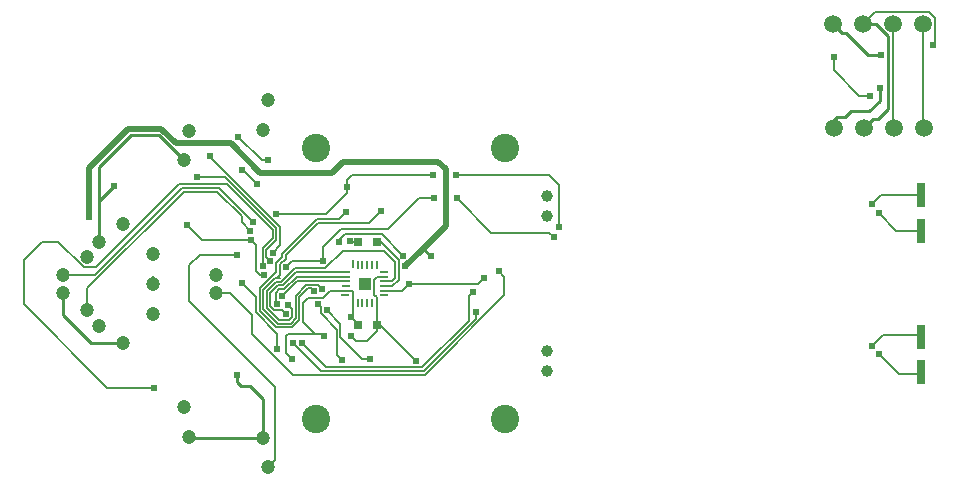
<source format=gbl>
G04 #@! TF.GenerationSoftware,KiCad,Pcbnew,(5.0.1)-3*
G04 #@! TF.CreationDate,2018-10-30T21:40:18+09:00*
G04 #@! TF.ProjectId,Zirconia,5A6972636F6E69612E6B696361645F70,rev?*
G04 #@! TF.SameCoordinates,Original*
G04 #@! TF.FileFunction,Copper,L2,Bot,Signal*
G04 #@! TF.FilePolarity,Positive*
%FSLAX46Y46*%
G04 Gerber Fmt 4.6, Leading zero omitted, Abs format (unit mm)*
G04 Created by KiCad (PCBNEW (5.0.1)-3) date 2018/10/30 21:40:18*
%MOMM*%
%LPD*%
G01*
G04 APERTURE LIST*
G04 #@! TA.AperFunction,ComponentPad*
%ADD10C,1.198880*%
G04 #@! TD*
G04 #@! TA.AperFunction,ComponentPad*
%ADD11C,1.501140*%
G04 #@! TD*
G04 #@! TA.AperFunction,SMDPad,CuDef*
%ADD12R,0.800100X2.000000*%
G04 #@! TD*
G04 #@! TA.AperFunction,SMDPad,CuDef*
%ADD13R,0.200660X0.700000*%
G04 #@! TD*
G04 #@! TA.AperFunction,SMDPad,CuDef*
%ADD14R,0.200660X0.800100*%
G04 #@! TD*
G04 #@! TA.AperFunction,SMDPad,CuDef*
%ADD15R,0.700000X0.200660*%
G04 #@! TD*
G04 #@! TA.AperFunction,SMDPad,CuDef*
%ADD16R,0.800100X0.200660*%
G04 #@! TD*
G04 #@! TA.AperFunction,SMDPad,CuDef*
%ADD17R,1.000000X1.000000*%
G04 #@! TD*
G04 #@! TA.AperFunction,ComponentPad*
%ADD18C,2.400000*%
G04 #@! TD*
G04 #@! TA.AperFunction,ComponentPad*
%ADD19C,1.200000*%
G04 #@! TD*
G04 #@! TA.AperFunction,SMDPad,CuDef*
%ADD20R,0.800100X0.800100*%
G04 #@! TD*
G04 #@! TA.AperFunction,ComponentPad*
%ADD21C,1.000760*%
G04 #@! TD*
G04 #@! TA.AperFunction,ViaPad*
%ADD22C,0.609600*%
G04 #@! TD*
G04 #@! TA.AperFunction,Conductor*
%ADD23C,0.152400*%
G04 #@! TD*
G04 #@! TA.AperFunction,Conductor*
%ADD24C,0.250000*%
G04 #@! TD*
G04 #@! TA.AperFunction,Conductor*
%ADD25C,0.500000*%
G04 #@! TD*
G04 APERTURE END LIST*
D10*
G04 #@! TO.P,P6,1*
G04 #@! TO.N,Net-(P5-Pad1)*
X117300680Y-47650400D03*
G04 #@! TO.P,P6,2*
G04 #@! TO.N,GND*
X117300680Y-46151800D03*
G04 #@! TD*
D11*
G04 #@! TO.P,P9,1*
G04 #@! TO.N,Net-(C19-Pad1)*
X169570680Y-24911100D03*
G04 #@! TO.P,P9,2*
G04 #@! TO.N,Net-(C19-Pad2)*
X172110680Y-24911100D03*
G04 #@! TO.P,P9,3*
G04 #@! TO.N,Net-(P8-Pad3)*
X174650680Y-24911100D03*
G04 #@! TO.P,P9,4*
G04 #@! TO.N,Net-(P8-Pad4)*
X177190680Y-24911100D03*
G04 #@! TD*
G04 #@! TO.P,P8,1*
G04 #@! TO.N,Net-(P8-Pad1)*
X169650680Y-33721100D03*
G04 #@! TO.P,P8,2*
G04 #@! TO.N,Net-(C19-Pad2)*
X172190680Y-33721100D03*
G04 #@! TO.P,P8,3*
G04 #@! TO.N,Net-(P8-Pad3)*
X174730680Y-33721100D03*
G04 #@! TO.P,P8,4*
G04 #@! TO.N,Net-(P8-Pad4)*
X177270680Y-33721100D03*
G04 #@! TD*
D12*
G04 #@! TO.P,U10,3*
G04 #@! TO.N,Net-(U10-Pad3)*
X177000680Y-51401100D03*
G04 #@! TO.P,U10,4*
G04 #@! TO.N,Net-(U10-Pad4)*
X177000680Y-54401100D03*
G04 #@! TD*
G04 #@! TO.P,U2,3*
G04 #@! TO.N,Net-(U1-Pad6)*
X177000680Y-39402240D03*
G04 #@! TO.P,U2,4*
G04 #@! TO.N,Net-(U1-Pad2)*
X177000680Y-42402240D03*
G04 #@! TD*
D10*
G04 #@! TO.P,Q1,1*
G04 #@! TO.N,Net-(Q1-Pad1)*
X121280147Y-33851806D03*
G04 #@! TO.P,Q1,3*
G04 #@! TO.N,VCC*
X121721213Y-31350394D03*
G04 #@! TD*
G04 #@! TO.P,Q2,1*
G04 #@! TO.N,Net-(Q2-Pad1)*
X104373228Y-46147587D03*
G04 #@! TO.P,Q2,3*
G04 #@! TO.N,VCC*
X106428132Y-44654613D03*
G04 #@! TD*
G04 #@! TO.P,Q3,1*
G04 #@! TO.N,Net-(Q3-Pad1)*
X106428132Y-49147587D03*
G04 #@! TO.P,Q3,3*
G04 #@! TO.N,VCC*
X104373228Y-47654613D03*
G04 #@! TD*
G04 #@! TO.P,Q4,1*
G04 #@! TO.N,Net-(Q4-Pad1)*
X121721213Y-62451806D03*
G04 #@! TO.P,Q4,3*
G04 #@! TO.N,VCC*
X121280147Y-59950394D03*
G04 #@! TD*
D13*
G04 #@! TO.P,U8,1*
G04 #@! TO.N,Net-(U8-Pad1)*
X128899920Y-45251100D03*
D14*
G04 #@! TO.P,U8,2*
G04 #@! TO.N,Net-(U8-Pad2)*
X129301240Y-45300900D03*
G04 #@! TO.P,U8,3*
G04 #@! TO.N,Net-(U8-Pad3)*
X129700020Y-45300900D03*
G04 #@! TO.P,U8,4*
G04 #@! TO.N,Net-(U8-Pad4)*
X130101340Y-45300900D03*
G04 #@! TO.P,U8,5*
G04 #@! TO.N,Net-(U8-Pad5)*
X130500120Y-45300900D03*
G04 #@! TO.P,U8,6*
G04 #@! TO.N,Net-(U8-Pad6)*
X130901440Y-45300900D03*
D15*
G04 #@! TO.P,U8,7*
G04 #@! TO.N,Net-(U8-Pad7)*
X131550680Y-45900340D03*
D16*
G04 #@! TO.P,U8,8*
G04 #@! TO.N,VCC*
X131500880Y-46301660D03*
G04 #@! TO.P,U8,9*
G04 #@! TO.N,Net-(U4-Pad27)*
X131500880Y-46700440D03*
G04 #@! TO.P,U8,10*
G04 #@! TO.N,Net-(C17-Pad1)*
X131500880Y-47101760D03*
G04 #@! TO.P,U8,11*
G04 #@! TO.N,GND*
X131500880Y-47500540D03*
D15*
G04 #@! TO.P,U8,12*
G04 #@! TO.N,Net-(U8-Pad12)*
X131550680Y-47901860D03*
D14*
G04 #@! TO.P,U8,13*
G04 #@! TO.N,VCC*
X130901440Y-48501300D03*
G04 #@! TO.P,U8,14*
G04 #@! TO.N,Net-(U8-Pad14)*
X130500120Y-48501300D03*
G04 #@! TO.P,U8,15*
G04 #@! TO.N,Net-(U8-Pad15)*
X130101340Y-48501300D03*
G04 #@! TO.P,U8,16*
G04 #@! TO.N,Net-(U8-Pad16)*
X129700020Y-48501300D03*
G04 #@! TO.P,U8,17*
G04 #@! TO.N,Net-(U8-Pad17)*
X129301240Y-48501300D03*
G04 #@! TO.P,U8,18*
G04 #@! TO.N,GND*
X128899920Y-48501300D03*
D15*
G04 #@! TO.P,U8,19*
G04 #@! TO.N,Net-(U8-Pad19)*
X128250680Y-47901860D03*
D16*
G04 #@! TO.P,U8,20*
G04 #@! TO.N,GND*
X128300480Y-47500540D03*
G04 #@! TO.P,U8,21*
G04 #@! TO.N,Net-(U8-Pad21)*
X128300480Y-47101760D03*
G04 #@! TO.P,U8,22*
G04 #@! TO.N,Net-(U4-Pad25)*
X128300480Y-46700440D03*
G04 #@! TO.P,U8,23*
G04 #@! TO.N,Net-(U4-Pad26)*
X128300480Y-46301660D03*
G04 #@! TO.P,U8,24*
G04 #@! TO.N,Net-(U4-Pad28)*
X128300480Y-45900340D03*
D17*
G04 #@! TO.P,U8,99*
G04 #@! TO.N,N/C*
X129900680Y-46901100D03*
G04 #@! TD*
D18*
G04 #@! TO.P,P7,1*
G04 #@! TO.N,Net-(P7-Pad1)*
X125800680Y-35401100D03*
G04 #@! TO.P,P7,4*
G04 #@! TO.N,N/C*
X125800680Y-58401100D03*
G04 #@! TO.P,P7,2*
G04 #@! TO.N,Net-(P7-Pad2)*
X141800680Y-35401100D03*
G04 #@! TO.P,P7,3*
G04 #@! TO.N,N/C*
X141800680Y-58401100D03*
G04 #@! TD*
D10*
G04 #@! TO.P,D4,1*
G04 #@! TO.N,VCC*
X115021213Y-59851806D03*
G04 #@! TO.P,D4,2*
G04 #@! TO.N,Net-(D4-Pad2)*
X114580147Y-57350394D03*
G04 #@! TD*
G04 #@! TO.P,D3,1*
G04 #@! TO.N,VCC*
X109428132Y-51947587D03*
G04 #@! TO.P,D3,2*
G04 #@! TO.N,Net-(D3-Pad2)*
X107373228Y-50454613D03*
G04 #@! TD*
G04 #@! TO.P,D2,1*
G04 #@! TO.N,VCC*
X107373228Y-43347587D03*
G04 #@! TO.P,D2,2*
G04 #@! TO.N,Net-(D2-Pad2)*
X109428132Y-41854613D03*
G04 #@! TD*
G04 #@! TO.P,D1,1*
G04 #@! TO.N,VCC*
X114580147Y-36451806D03*
G04 #@! TO.P,D1,2*
G04 #@! TO.N,Net-(D1-Pad2)*
X115021213Y-33950394D03*
G04 #@! TD*
D19*
G04 #@! TO.P,SW2,1*
G04 #@! TO.N,Net-(P5-Pad1)*
X112000680Y-44361100D03*
G04 #@! TO.P,SW2,2*
G04 #@! TO.N,+BATT*
X112000680Y-46901100D03*
G04 #@! TO.P,SW2,3*
G04 #@! TO.N,N/C*
X112000680Y-49441100D03*
G04 #@! TD*
D20*
G04 #@! TO.P,C16,2*
G04 #@! TO.N,GND*
X129300580Y-50401100D03*
G04 #@! TO.P,C16,1*
G04 #@! TO.N,VCC*
X130900780Y-50401100D03*
G04 #@! TD*
G04 #@! TO.P,C17,2*
G04 #@! TO.N,GND*
X129300580Y-43401100D03*
G04 #@! TO.P,C17,1*
G04 #@! TO.N,Net-(C17-Pad1)*
X130900780Y-43401100D03*
G04 #@! TD*
D21*
G04 #@! TO.P,P4,1*
G04 #@! TO.N,Net-(P4-Pad1)*
X145300680Y-54301100D03*
G04 #@! TD*
G04 #@! TO.P,P3,1*
G04 #@! TO.N,Net-(L2-Pad1)*
X145300680Y-52601100D03*
G04 #@! TD*
G04 #@! TO.P,P2,1*
G04 #@! TO.N,Net-(P2-Pad1)*
X145300680Y-39501100D03*
G04 #@! TD*
G04 #@! TO.P,P1,1*
G04 #@! TO.N,Net-(L1-Pad1)*
X145300680Y-41201100D03*
G04 #@! TD*
D22*
G04 #@! TO.N,GND*
X128700680Y-49701000D03*
X123740680Y-53261100D03*
X126410680Y-51321100D03*
X139999620Y-46400720D03*
X133660680Y-46931100D03*
X128640680Y-43261100D03*
G04 #@! TO.N,VCC*
X146360680Y-42101100D03*
X137650680Y-37741100D03*
X135680680Y-37741100D03*
X134240680Y-53411100D03*
X108700680Y-38601200D03*
X122400680Y-41001100D03*
X133170680Y-44541100D03*
X127760680Y-43331100D03*
X128700680Y-51301200D03*
X119100580Y-54601100D03*
X128399540Y-38700060D03*
G04 #@! TO.N,+BATT*
X106570680Y-41231100D03*
X135500680Y-44581100D03*
X133330680Y-45401100D03*
G04 #@! TO.N,Net-(P5-Pad1)*
X141270680Y-45841100D03*
G04 #@! TO.N,Net-(P5-Pad3)*
X124630680Y-51961100D03*
X139060680Y-47601100D03*
G04 #@! TO.N,Net-(P5-Pad4)*
X123860680Y-51961100D03*
X139290680Y-49311100D03*
G04 #@! TO.N,Net-(Q2-Pad1)*
X120430680Y-41681100D03*
G04 #@! TO.N,Net-(Q3-Pad1)*
X120200680Y-42411100D03*
G04 #@! TO.N,Net-(Q4-Pad1)*
X119090680Y-44441100D03*
G04 #@! TO.N,Net-(R5-Pad1)*
X145930680Y-42991100D03*
X137680680Y-39681100D03*
X135790680Y-39681100D03*
X123270680Y-45501100D03*
X126390680Y-45011100D03*
G04 #@! TO.N,Net-(Q5-PadG)*
X119510680Y-37301100D03*
X120790680Y-38501100D03*
G04 #@! TO.N,Net-(R6-Pad1)*
X116800680Y-36071100D03*
X122110680Y-44271100D03*
G04 #@! TO.N,Net-(Q5-PadD)*
X119200780Y-34501100D03*
X121730680Y-36461100D03*
G04 #@! TO.N,Net-(R9-Pad1)*
X121900680Y-45011100D03*
X115710680Y-37901100D03*
G04 #@! TO.N,Net-(R12-Pad1)*
X121260680Y-45431100D03*
X112100580Y-55701100D03*
G04 #@! TO.N,Net-(R15-Pad1)*
X122510680Y-52411100D03*
X119520680Y-46831100D03*
G04 #@! TO.N,Net-(R18-Pad2)*
X114870680Y-41971100D03*
X120230580Y-43201200D03*
X121330680Y-46191100D03*
G04 #@! TO.N,Net-(U4-Pad25)*
X122930680Y-47941100D03*
G04 #@! TO.N,Net-(U4-Pad26)*
X122460680Y-48591100D03*
G04 #@! TO.N,Net-(U4-Pad27)*
X123430680Y-48721100D03*
G04 #@! TO.N,Net-(U4-Pad28)*
X123200680Y-49451100D03*
G04 #@! TO.N,Net-(U4-Pad38)*
X126700680Y-49151100D03*
X130310680Y-53311100D03*
G04 #@! TO.N,Net-(U4-Pad39)*
X125950680Y-48661100D03*
X127970680Y-53381100D03*
G04 #@! TO.N,Net-(U4-Pad40)*
X125570680Y-47561100D03*
X128350680Y-40821100D03*
G04 #@! TO.N,Net-(U4-Pad41)*
X126310680Y-47351100D03*
X131260680Y-40731100D03*
G04 #@! TO.N,Net-(U1-Pad2)*
X173430680Y-40941100D03*
G04 #@! TO.N,Net-(U1-Pad6)*
X172820680Y-40191100D03*
G04 #@! TO.N,Net-(R26-Pad1)*
X169590680Y-27721100D03*
X172650680Y-30981100D03*
G04 #@! TO.N,Net-(C19-Pad1)*
X173600680Y-27501100D03*
G04 #@! TO.N,Net-(P8-Pad1)*
X173500680Y-30301100D03*
G04 #@! TO.N,Net-(U10-Pad3)*
X172810680Y-52201100D03*
G04 #@! TO.N,Net-(U10-Pad4)*
X173450680Y-52881100D03*
G04 #@! TO.N,Net-(C19-Pad2)*
X178000680Y-26701100D03*
G04 #@! TD*
D23*
G04 #@! TO.N,GND*
X128300480Y-47500540D02*
X126931240Y-47500540D01*
X125690680Y-51131100D02*
X126220680Y-51131100D01*
X124675086Y-50115506D02*
X125690680Y-51131100D01*
X124675086Y-48511100D02*
X124675086Y-50115506D01*
X125085086Y-48101100D02*
X124675086Y-48511100D01*
X126330680Y-48101100D02*
X125085086Y-48101100D01*
X126931240Y-47500540D02*
X126330680Y-48101100D01*
X126220680Y-51131100D02*
X126410680Y-51321100D01*
X129300580Y-50401100D02*
X129300580Y-50300900D01*
X129300580Y-50300900D02*
X128700680Y-49701000D01*
X128700680Y-49701000D02*
X129300580Y-50300900D01*
X126220680Y-51131100D02*
X123430680Y-51131100D01*
X123430680Y-51131100D02*
X123240680Y-51321100D01*
X123240680Y-51321100D02*
X123240680Y-52761100D01*
X123240680Y-52761100D02*
X123740680Y-53261100D01*
X126410680Y-51321100D02*
X126220680Y-51131100D01*
X133091240Y-47500540D02*
X133660680Y-46931100D01*
X131500880Y-47500540D02*
X133091240Y-47500540D01*
X129300580Y-43401100D02*
X128780680Y-43401100D01*
X139469240Y-46931100D02*
X133660680Y-46931100D01*
X139469240Y-46931100D02*
X139999620Y-46400720D01*
X128780680Y-43401100D02*
X128640680Y-43261100D01*
X128300480Y-47500540D02*
X128820120Y-47500540D01*
X128899920Y-47580340D02*
X128899920Y-48501300D01*
X128820120Y-47500540D02*
X128899920Y-47580340D01*
X128899920Y-48501300D02*
X128899920Y-49501760D01*
X129300580Y-43401100D02*
X129330680Y-43401100D01*
X128899920Y-49501760D02*
X128700680Y-49701000D01*
D24*
G04 #@! TO.N,VCC*
X121280147Y-59950394D02*
X115119801Y-59950394D01*
X115119801Y-59950394D02*
X115021213Y-59851806D01*
D23*
X128399540Y-38900060D02*
X128399540Y-38812240D01*
X146360680Y-38561100D02*
X146360680Y-42101100D01*
X145540680Y-37741100D02*
X146360680Y-38561100D01*
X144330680Y-37741100D02*
X145540680Y-37741100D01*
X140740680Y-37741100D02*
X144330680Y-37741100D01*
X137650680Y-37741100D02*
X140740680Y-37741100D01*
X129470680Y-37741100D02*
X135680680Y-37741100D01*
X134240680Y-53411100D02*
X131230680Y-50401100D01*
X131230680Y-50401100D02*
X130900780Y-50401100D01*
D24*
X107373228Y-43347587D02*
X107373228Y-39928652D01*
X107373228Y-39928652D02*
X108700680Y-38601200D01*
X107373228Y-43347587D02*
X107373228Y-37038552D01*
X112469441Y-34341100D02*
X114580147Y-36451806D01*
X110070680Y-34341100D02*
X112469441Y-34341100D01*
X107373228Y-37038552D02*
X110070680Y-34341100D01*
X109428132Y-51947587D02*
X106757167Y-51947587D01*
X104373228Y-49563648D02*
X104373228Y-47654613D01*
X106757167Y-51947587D02*
X104373228Y-49563648D01*
D23*
X133170680Y-44541100D02*
X131350680Y-42721100D01*
X131350680Y-42721100D02*
X128590680Y-42721100D01*
X128590680Y-42721100D02*
X128210680Y-42721100D01*
X128210680Y-42721100D02*
X127760680Y-43171100D01*
X127760680Y-43171100D02*
X127760680Y-43331100D01*
X131500880Y-46301660D02*
X130950120Y-46301660D01*
X130901440Y-48041860D02*
X130901440Y-48501300D01*
X130700680Y-47841100D02*
X130901440Y-48041860D01*
X130700680Y-46551100D02*
X130700680Y-47841100D01*
X130950120Y-46301660D02*
X130700680Y-46551100D01*
X130901440Y-48501300D02*
X130901440Y-50400440D01*
X130901440Y-50400440D02*
X130900780Y-50401100D01*
X130900780Y-50911000D02*
X130900780Y-50401100D01*
X130080680Y-51731100D02*
X130900780Y-50911000D01*
X129130580Y-51731100D02*
X130080680Y-51731100D01*
X128700680Y-51301200D02*
X129130580Y-51731100D01*
D24*
X119100580Y-55251150D02*
X119100580Y-54601100D01*
X119450530Y-55601100D02*
X119100580Y-55251150D01*
X120200680Y-55601100D02*
X119450530Y-55601100D01*
X121280147Y-56680567D02*
X120200680Y-55601100D01*
X121280147Y-59950394D02*
X121280147Y-56680567D01*
D23*
X128399540Y-39252510D02*
X128399540Y-38700060D01*
X126650950Y-41001100D02*
X128399540Y-39252510D01*
X122400680Y-41001100D02*
X126650950Y-41001100D01*
X128806050Y-37741100D02*
X129470680Y-37741100D01*
X128399540Y-38147610D02*
X128806050Y-37741100D01*
X128399540Y-38700060D02*
X128399540Y-38147610D01*
D25*
G04 #@! TO.N,+BATT*
X116330680Y-35021100D02*
X113895301Y-35021100D01*
X106570680Y-37095240D02*
X106570680Y-41231100D01*
X109852222Y-33813698D02*
X106570680Y-37095240D01*
X112687899Y-33813698D02*
X109852222Y-33813698D01*
X113895301Y-35021100D02*
X112687899Y-33813698D01*
X136750680Y-40601100D02*
X136750680Y-37231100D01*
X136750680Y-40601100D02*
X136750680Y-41951100D01*
X136750680Y-41981100D02*
X136750680Y-41951100D01*
X118580680Y-35021100D02*
X116330680Y-35021100D01*
X116330680Y-35021100D02*
X116310680Y-35021100D01*
X121050680Y-37491100D02*
X118580680Y-35021100D01*
X127140680Y-37491100D02*
X121050680Y-37491100D01*
X128020680Y-36611100D02*
X127140680Y-37491100D01*
X136130680Y-36611100D02*
X128020680Y-36611100D01*
X136750680Y-37231100D02*
X136130680Y-36611100D01*
X136750680Y-41981100D02*
X136750680Y-41471100D01*
X136750680Y-41471100D02*
X136750680Y-40571100D01*
X134710680Y-44021100D02*
X136750680Y-41981100D01*
D24*
X134940680Y-44021100D02*
X134710680Y-44021100D01*
X135500680Y-44581100D02*
X134940680Y-44021100D01*
D25*
X133330680Y-45401100D02*
X134710680Y-44021100D01*
X112000680Y-46901100D02*
X112000680Y-46501100D01*
D23*
G04 #@! TO.N,Net-(C17-Pad1)*
X131500880Y-47101760D02*
X132230020Y-47101760D01*
X132770680Y-44931100D02*
X131240680Y-43401100D01*
X132770680Y-46561100D02*
X132770680Y-44931100D01*
X132230020Y-47101760D02*
X132770680Y-46561100D01*
X131240680Y-43401100D02*
X130900780Y-43401100D01*
G04 #@! TO.N,Net-(P5-Pad1)*
X118499980Y-47650400D02*
X117300680Y-47650400D01*
X120386670Y-49537090D02*
X118499980Y-47650400D01*
X120386670Y-51137090D02*
X120386670Y-49537090D01*
X123850284Y-54600704D02*
X120386670Y-51137090D01*
X135031076Y-54600704D02*
X123850284Y-54600704D01*
X141730680Y-47901100D02*
X135031076Y-54600704D01*
X141730680Y-46301100D02*
X141730680Y-47901100D01*
X141270680Y-45841100D02*
X141730680Y-46301100D01*
G04 #@! TO.N,Net-(P5-Pad3)*
X138740680Y-47921100D02*
X139060680Y-47601100D01*
X138740680Y-50028988D02*
X138740680Y-47921100D01*
X134778568Y-53991100D02*
X138740680Y-50028988D01*
X126660680Y-53991100D02*
X134778568Y-53991100D01*
X124630680Y-51961100D02*
X126660680Y-53991100D01*
G04 #@! TO.N,Net-(P5-Pad4)*
X139290680Y-49910044D02*
X139290680Y-49311100D01*
X134904822Y-54295902D02*
X139290680Y-49910044D01*
X126195482Y-54295902D02*
X134904822Y-54295902D01*
X123860680Y-51961100D02*
X126195482Y-54295902D01*
G04 #@! TO.N,Net-(Q2-Pad1)*
X107104193Y-46147587D02*
X104373228Y-46147587D01*
X114445878Y-38805902D02*
X107104193Y-46147587D01*
X117555482Y-38805902D02*
X114445878Y-38805902D01*
X120430680Y-41681100D02*
X117555482Y-38805902D01*
G04 #@! TO.N,Net-(Q3-Pad1)*
X106428132Y-47254704D02*
X106428132Y-49147587D01*
X114572132Y-39110704D02*
X106428132Y-47254704D01*
X117429228Y-39110704D02*
X114572132Y-39110704D01*
X119500152Y-41181628D02*
X117429228Y-39110704D01*
X119500152Y-41710572D02*
X119500152Y-41181628D01*
X120200680Y-42411100D02*
X119500152Y-41710572D01*
G04 #@! TO.N,Net-(Q4-Pad1)*
X122330680Y-61842339D02*
X121721213Y-62451806D01*
X122330680Y-55661100D02*
X122330680Y-61842339D01*
X115050680Y-48381100D02*
X122330680Y-55661100D01*
X115050680Y-45341100D02*
X115050680Y-48381100D01*
X115950680Y-44441100D02*
X115050680Y-45341100D01*
X119090680Y-44441100D02*
X115950680Y-44441100D01*
G04 #@! TO.N,Net-(R5-Pad1)*
X126390680Y-45011100D02*
X126390680Y-43811100D01*
X145530680Y-42591100D02*
X145930680Y-42991100D01*
X140590680Y-42591100D02*
X145530680Y-42591100D01*
X137680680Y-39681100D02*
X140590680Y-42591100D01*
X134500680Y-39681100D02*
X135790680Y-39681100D01*
X131880680Y-42301100D02*
X134500680Y-39681100D01*
X127900680Y-42301100D02*
X131880680Y-42301100D01*
X126390680Y-43811100D02*
X127900680Y-42301100D01*
X123760680Y-45011100D02*
X126390680Y-45011100D01*
X123270680Y-45501100D02*
X123760680Y-45011100D01*
G04 #@! TO.N,Net-(Q5-PadG)*
X119590680Y-37301100D02*
X119510680Y-37301100D01*
X120790680Y-38501100D02*
X119590680Y-37301100D01*
G04 #@! TO.N,Net-(R6-Pad1)*
X116800680Y-36161100D02*
X116800680Y-36071100D01*
X122720680Y-42081100D02*
X116800680Y-36161100D01*
X122720680Y-43661100D02*
X122720680Y-42081100D01*
X122110680Y-44271100D02*
X122720680Y-43661100D01*
G04 #@! TO.N,Net-(Q5-PadD)*
X121160780Y-36461100D02*
X121730680Y-36461100D01*
X121160780Y-36461100D02*
X119200780Y-34501100D01*
G04 #@! TO.N,Net-(R9-Pad1)*
X121900680Y-45011100D02*
X121570680Y-44681100D01*
X121570680Y-44681100D02*
X121570680Y-44021100D01*
X121570680Y-44021100D02*
X122415878Y-43175902D01*
X122415878Y-43175902D02*
X122415878Y-42207354D01*
X122415878Y-42207354D02*
X118109624Y-37901100D01*
X118109624Y-37901100D02*
X115710680Y-37901100D01*
G04 #@! TO.N,Net-(R12-Pad1)*
X101030680Y-48641100D02*
X108090680Y-55701100D01*
X101030680Y-44871100D02*
X101030680Y-48641100D01*
X102570680Y-43331100D02*
X101030680Y-44871100D01*
X103900680Y-43331100D02*
X102570680Y-43331100D01*
X106100680Y-45531100D02*
X103900680Y-43331100D01*
X107160680Y-45531100D02*
X106100680Y-45531100D01*
X114190680Y-38501100D02*
X107160680Y-45531100D01*
X118278568Y-38501100D02*
X114190680Y-38501100D01*
X122111076Y-42333608D02*
X118278568Y-38501100D01*
X122111076Y-43049648D02*
X122111076Y-42333608D01*
X121265878Y-43894846D02*
X122111076Y-43049648D01*
X121265878Y-45425902D02*
X121265878Y-43894846D01*
X121260680Y-45431100D02*
X121265878Y-45425902D01*
X108090680Y-55701100D02*
X112100580Y-55701100D01*
G04 #@! TO.N,Net-(R15-Pad1)*
X122510680Y-51135324D02*
X122510680Y-52411100D01*
X120691472Y-49316116D02*
X122510680Y-51135324D01*
X120691472Y-48001892D02*
X120691472Y-49316116D01*
X119520680Y-46831100D02*
X120691472Y-48001892D01*
G04 #@! TO.N,Net-(R18-Pad2)*
X116100780Y-43201200D02*
X120230580Y-43201200D01*
X114870680Y-41971100D02*
X116100780Y-43201200D01*
X120680680Y-43651300D02*
X120230580Y-43201200D01*
X120680680Y-43651300D02*
X120680680Y-45851100D01*
X120680680Y-45851100D02*
X121020680Y-46191100D01*
X121020680Y-46191100D02*
X121330680Y-46191100D01*
G04 #@! TO.N,Net-(U4-Pad25)*
X124171340Y-46700440D02*
X128300480Y-46700440D01*
X122930680Y-47941100D02*
X124171340Y-46700440D01*
G04 #@! TO.N,Net-(U4-Pad26)*
X124139064Y-46301660D02*
X128300480Y-46301660D01*
X123100152Y-47340572D02*
X124139064Y-46301660D01*
X122681208Y-47340572D02*
X123100152Y-47340572D01*
X122370680Y-47651100D02*
X122681208Y-47340572D01*
X122370680Y-48501100D02*
X122370680Y-47651100D01*
X122460680Y-48591100D02*
X122370680Y-48501100D01*
G04 #@! TO.N,Net-(U4-Pad27)*
X132200284Y-46700440D02*
X131500880Y-46700440D01*
X132465878Y-46434846D02*
X132200284Y-46700440D01*
X132465878Y-45057354D02*
X132465878Y-46434846D01*
X131529624Y-44121100D02*
X132465878Y-45057354D01*
X128040680Y-44121100D02*
X131529624Y-44121100D01*
X126566242Y-45595538D02*
X128040680Y-44121100D01*
X123983074Y-45595538D02*
X126566242Y-45595538D01*
X122847644Y-46730968D02*
X123983074Y-45595538D01*
X122428700Y-46730968D02*
X122847644Y-46730968D01*
X121605878Y-47553790D02*
X122428700Y-46730968D01*
X121605878Y-48937354D02*
X121605878Y-47553790D01*
X122659624Y-49991100D02*
X121605878Y-48937354D01*
X123490680Y-49991100D02*
X122659624Y-49991100D01*
X123760680Y-49721100D02*
X123490680Y-49991100D01*
X123760680Y-49051100D02*
X123760680Y-49721100D01*
X123430680Y-48721100D02*
X123760680Y-49051100D01*
G04 #@! TO.N,Net-(U4-Pad28)*
X123200680Y-49451100D02*
X122890680Y-49141100D01*
X122890680Y-49141100D02*
X122240680Y-49141100D01*
X122240680Y-49141100D02*
X121910680Y-48811100D01*
X121910680Y-48811100D02*
X121910680Y-47680044D01*
X121910680Y-47680044D02*
X122554954Y-47035770D01*
X122554954Y-47035770D02*
X122973898Y-47035770D01*
X122973898Y-47035770D02*
X124109328Y-45900340D01*
X124109328Y-45900340D02*
X128300480Y-45900340D01*
G04 #@! TO.N,Net-(U4-Pad38)*
X129700680Y-53311100D02*
X130310680Y-53311100D01*
X127840680Y-51451100D02*
X129700680Y-53311100D01*
X127840680Y-50291100D02*
X127840680Y-51451100D01*
X126700680Y-49151100D02*
X127840680Y-50291100D01*
G04 #@! TO.N,Net-(U4-Pad39)*
X127535878Y-52946298D02*
X127970680Y-53381100D01*
X127535878Y-50786298D02*
X127535878Y-52946298D01*
X126160680Y-49411100D02*
X127535878Y-50786298D01*
X126160680Y-48871100D02*
X126160680Y-49411100D01*
X125950680Y-48661100D02*
X126160680Y-48871100D01*
G04 #@! TO.N,Net-(U4-Pad40)*
X127715482Y-41456298D02*
X128350680Y-40821100D01*
X125824426Y-41456298D02*
X127715482Y-41456298D01*
X122905878Y-44374846D02*
X125824426Y-41456298D01*
X122905878Y-44644846D02*
X122905878Y-44374846D01*
X122425878Y-45124846D02*
X122905878Y-44644846D01*
X122425878Y-45871678D02*
X122425878Y-45124846D01*
X120996274Y-47301282D02*
X122425878Y-45871678D01*
X120996274Y-49189862D02*
X120996274Y-47301282D01*
X122407116Y-50600704D02*
X120996274Y-49189862D01*
X123743188Y-50600704D02*
X122407116Y-50600704D01*
X124370284Y-49973608D02*
X123743188Y-50600704D01*
X124370284Y-48032552D02*
X124370284Y-49973608D01*
X125092792Y-47310044D02*
X124370284Y-48032552D01*
X125319624Y-47310044D02*
X125092792Y-47310044D01*
X125570680Y-47561100D02*
X125319624Y-47310044D01*
G04 #@! TO.N,Net-(U4-Pad41)*
X130230680Y-41761100D02*
X131260680Y-40731100D01*
X125950680Y-41761100D02*
X130230680Y-41761100D01*
X123210680Y-44501100D02*
X125950680Y-41761100D01*
X123210680Y-44771100D02*
X123210680Y-44501100D01*
X122730680Y-45251100D02*
X123210680Y-44771100D01*
X122730680Y-46166166D02*
X122730680Y-45251100D01*
X122470680Y-46426166D02*
X122730680Y-46166166D01*
X122721390Y-46426166D02*
X122470680Y-46426166D01*
X122302446Y-46426166D02*
X122721390Y-46426166D01*
X121301076Y-47427536D02*
X122302446Y-46426166D01*
X121301076Y-49063608D02*
X121301076Y-47427536D01*
X122533370Y-50295902D02*
X121301076Y-49063608D01*
X123616934Y-50295902D02*
X122533370Y-50295902D01*
X124065482Y-49847354D02*
X123616934Y-50295902D01*
X124065482Y-47906298D02*
X124065482Y-49847354D01*
X124966538Y-47005242D02*
X124065482Y-47906298D01*
X125964822Y-47005242D02*
X124966538Y-47005242D01*
X126310680Y-47351100D02*
X125964822Y-47005242D01*
G04 #@! TO.N,Net-(U1-Pad2)*
X174891820Y-42402240D02*
X176981570Y-42402240D01*
X173430680Y-40941100D02*
X174891820Y-42402240D01*
G04 #@! TO.N,Net-(U1-Pad6)*
X173609540Y-39402240D02*
X176981570Y-39402240D01*
X172820680Y-40191100D02*
X173609540Y-39402240D01*
G04 #@! TO.N,Net-(R26-Pad1)*
X169590680Y-28221100D02*
X169590680Y-27721100D01*
X169590680Y-28221100D02*
X169590680Y-28821100D01*
X169590680Y-28821100D02*
X171750680Y-30981100D01*
X171750680Y-30981100D02*
X172650680Y-30981100D01*
D24*
G04 #@! TO.N,Net-(C19-Pad1)*
X170321249Y-25661669D02*
X170661249Y-25661669D01*
X169570680Y-24911100D02*
X170321249Y-25661669D01*
X170661249Y-25661669D02*
X172500680Y-27501100D01*
X172500680Y-27501100D02*
X173600680Y-27501100D01*
G04 #@! TO.N,Net-(P8-Pad1)*
X173500680Y-30301100D02*
X173500680Y-31401100D01*
X173500680Y-31401100D02*
X172600680Y-32301100D01*
X171070680Y-32301100D02*
X170570680Y-32801100D01*
X172600680Y-32301100D02*
X171070680Y-32301100D01*
X170570680Y-32801100D02*
X169900680Y-32801100D01*
X169650680Y-33051100D02*
X169650680Y-33721100D01*
X169900680Y-32801100D02*
X169650680Y-33051100D01*
D23*
G04 #@! TO.N,Net-(U10-Pad3)*
X176820680Y-51221100D02*
X176981570Y-51381990D01*
X172810680Y-52201100D02*
X173790680Y-51221100D01*
X173790680Y-51221100D02*
X176820680Y-51221100D01*
G04 #@! TO.N,Net-(U10-Pad4)*
X173450680Y-52881100D02*
X175150680Y-54581100D01*
X176820680Y-54581100D02*
X176981570Y-54420210D01*
X175150680Y-54581100D02*
X176820680Y-54581100D01*
G04 #@! TO.N,Net-(P8-Pad4)*
X177190680Y-33641100D02*
X177270680Y-33721100D01*
X177190680Y-24911100D02*
X177190680Y-33641100D01*
G04 #@! TO.N,Net-(P8-Pad3)*
X174650680Y-33641100D02*
X174730680Y-33721100D01*
X174650680Y-24911100D02*
X174650680Y-33641100D01*
G04 #@! TO.N,Net-(C19-Pad2)*
X172590680Y-33721100D02*
X172190680Y-33721100D01*
X173089851Y-23931929D02*
X175431509Y-23931929D01*
X172110680Y-24911100D02*
X173089851Y-23931929D01*
X178169851Y-26531929D02*
X178000680Y-26701100D01*
X178169851Y-24441097D02*
X178169851Y-26531929D01*
X175431509Y-23931929D02*
X177660683Y-23931929D01*
X177660683Y-23931929D02*
X178169851Y-24441097D01*
D24*
X173172146Y-24911100D02*
X174200680Y-25939634D01*
X172110680Y-24911100D02*
X173172146Y-24911100D01*
X174200680Y-25939634D02*
X174200680Y-32101100D01*
X173331249Y-32970531D02*
X174200680Y-32101100D01*
X172941249Y-32970531D02*
X173331249Y-32970531D01*
X172190680Y-33721100D02*
X172941249Y-32970531D01*
G04 #@! TD*
M02*

</source>
